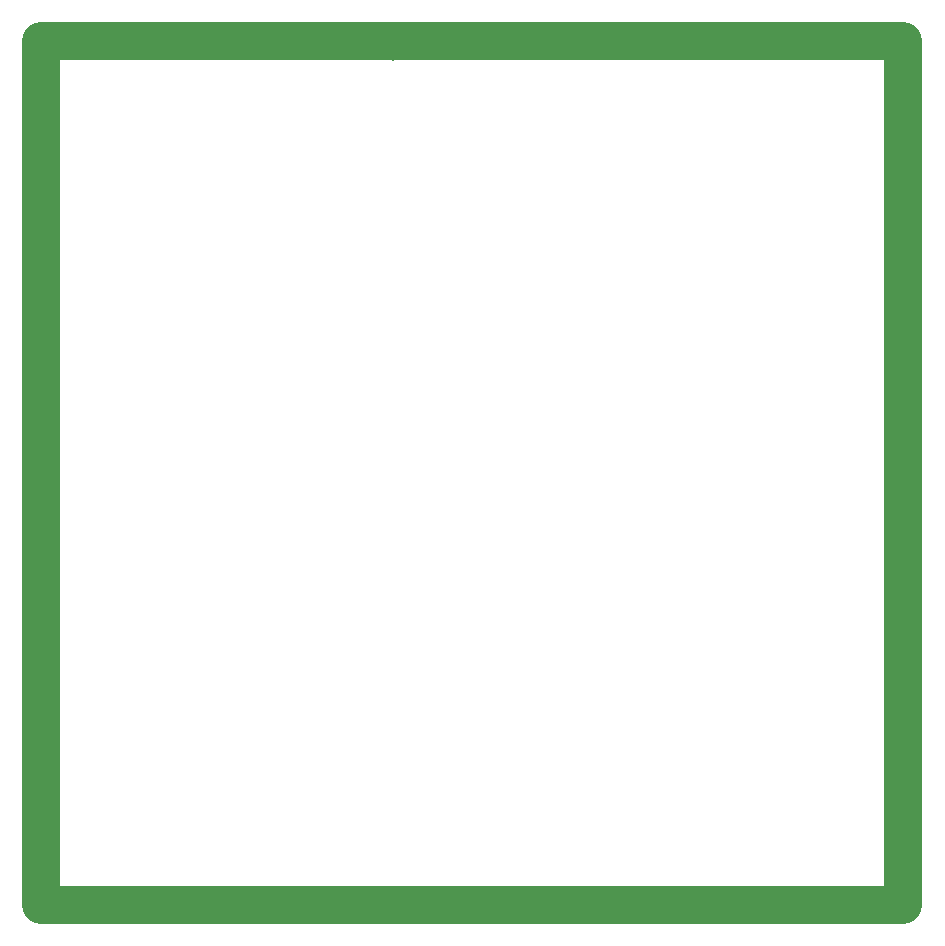
<source format=gbr>
%TF.GenerationSoftware,KiCad,Pcbnew,7.0.5-0*%
%TF.CreationDate,2024-04-01T20:36:26-04:00*%
%TF.ProjectId,swr_meter_front2,7377725f-6d65-4746-9572-5f66726f6e74,rev?*%
%TF.SameCoordinates,Original*%
%TF.FileFunction,Soldermask,Bot*%
%TF.FilePolarity,Negative*%
%FSLAX46Y46*%
G04 Gerber Fmt 4.6, Leading zero omitted, Abs format (unit mm)*
G04 Created by KiCad (PCBNEW 7.0.5-0) date 2024-04-01 20:36:26*
%MOMM*%
%LPD*%
G01*
G04 APERTURE LIST*
%ADD10C,3.200000*%
%ADD11C,1.000000*%
G04 APERTURE END LIST*
D10*
X99054460Y-27072200D02*
X172043260Y-27072200D01*
X172043260Y-100203800D01*
X99054460Y-100203800D01*
X99054460Y-27072200D01*
D11*
%TO.C,TP5*%
X128859460Y-28266000D03*
%TD*%
M02*

</source>
